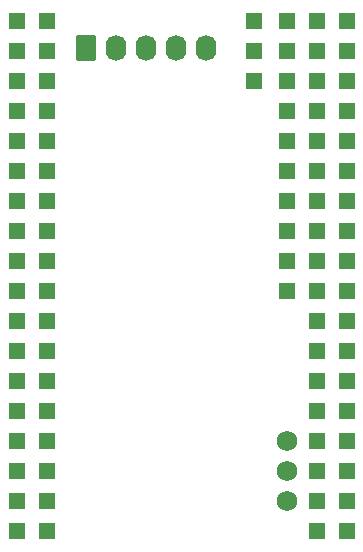
<source format=gbr>
%TF.GenerationSoftware,KiCad,Pcbnew,(7.0.0-0)*%
%TF.CreationDate,2023-08-15T00:25:00+01:00*%
%TF.ProjectId,EMGSensor3.1,454d4753-656e-4736-9f72-332e312e6b69,rev?*%
%TF.SameCoordinates,Original*%
%TF.FileFunction,Soldermask,Bot*%
%TF.FilePolarity,Negative*%
%FSLAX46Y46*%
G04 Gerber Fmt 4.6, Leading zero omitted, Abs format (unit mm)*
G04 Created by KiCad (PCBNEW (7.0.0-0)) date 2023-08-15 00:25:00*
%MOMM*%
%LPD*%
G01*
G04 APERTURE LIST*
G04 Aperture macros list*
%AMRoundRect*
0 Rectangle with rounded corners*
0 $1 Rounding radius*
0 $2 $3 $4 $5 $6 $7 $8 $9 X,Y pos of 4 corners*
0 Add a 4 corners polygon primitive as box body*
4,1,4,$2,$3,$4,$5,$6,$7,$8,$9,$2,$3,0*
0 Add four circle primitives for the rounded corners*
1,1,$1+$1,$2,$3*
1,1,$1+$1,$4,$5*
1,1,$1+$1,$6,$7*
1,1,$1+$1,$8,$9*
0 Add four rect primitives between the rounded corners*
20,1,$1+$1,$2,$3,$4,$5,0*
20,1,$1+$1,$4,$5,$6,$7,0*
20,1,$1+$1,$6,$7,$8,$9,0*
20,1,$1+$1,$8,$9,$2,$3,0*%
G04 Aperture macros list end*
%ADD10R,1.350000X1.350000*%
%ADD11C,1.727200*%
%ADD12RoundRect,0.250000X-0.620000X-0.845000X0.620000X-0.845000X0.620000X0.845000X-0.620000X0.845000X0*%
%ADD13O,1.740000X2.190000*%
G04 APERTURE END LIST*
D10*
%TO.C,GND*%
X146964399Y-80111599D03*
%TD*%
%TO.C,+5*%
X146964399Y-82651599D03*
%TD*%
%TO.C,-5*%
X146964399Y-85191599D03*
%TD*%
%TO.C,J5*%
X149758399Y-80111599D03*
%TD*%
%TO.C,J6*%
X149758399Y-82651599D03*
%TD*%
%TO.C,GND*%
X129438399Y-97891599D03*
%TD*%
%TO.C,3.3V*%
X129438399Y-95351599D03*
%TD*%
%TO.C,*%
X154838399Y-120751599D03*
%TD*%
%TO.C,*%
X149758399Y-85191599D03*
%TD*%
%TO.C,*%
X152298399Y-85191599D03*
%TD*%
%TO.C,*%
X126898399Y-118211599D03*
%TD*%
%TO.C,*%
X129438399Y-92811599D03*
%TD*%
%TO.C,*%
X126898399Y-123291599D03*
%TD*%
%TO.C,*%
X154838399Y-108051599D03*
%TD*%
%TO.C,*%
X152298399Y-108051599D03*
%TD*%
D11*
%TO.C,*%
X149758400Y-115671600D03*
%TD*%
D10*
%TO.C,*%
X152298399Y-80111599D03*
%TD*%
%TO.C,*%
X126898399Y-115671599D03*
%TD*%
%TO.C,*%
X154838399Y-100431599D03*
%TD*%
%TO.C,*%
X126898399Y-82651599D03*
%TD*%
%TO.C,*%
X126898399Y-100431599D03*
%TD*%
%TO.C,*%
X129438399Y-80111599D03*
%TD*%
%TO.C,*%
X154838399Y-118211599D03*
%TD*%
%TO.C,*%
X129438399Y-87731599D03*
%TD*%
%TO.C,*%
X149758399Y-90271599D03*
%TD*%
%TO.C,*%
X152298399Y-123291599D03*
%TD*%
%TO.C,*%
X154838399Y-123291599D03*
%TD*%
%TO.C,*%
X126898399Y-92811599D03*
%TD*%
%TO.C,*%
X149758399Y-102971599D03*
%TD*%
%TO.C,*%
X126898399Y-120751599D03*
%TD*%
%TO.C,*%
X152298399Y-95351599D03*
%TD*%
%TO.C,*%
X152298399Y-110591599D03*
%TD*%
%TO.C,*%
X152298399Y-90271599D03*
%TD*%
%TO.C,*%
X152298399Y-115671599D03*
%TD*%
%TO.C,*%
X152298399Y-82651599D03*
%TD*%
%TO.C,*%
X154838399Y-92811599D03*
%TD*%
%TO.C,*%
X126898399Y-113131599D03*
%TD*%
%TO.C,*%
X126898399Y-90271599D03*
%TD*%
%TO.C,*%
X149758399Y-95351599D03*
%TD*%
D12*
%TO.C,J1*%
X132791200Y-82397600D03*
D13*
X135331199Y-82397599D03*
X137871199Y-82397599D03*
X140411199Y-82397599D03*
X142951199Y-82397599D03*
%TD*%
D11*
%TO.C,*%
X149758400Y-118211600D03*
%TD*%
D10*
%TO.C,*%
X152298399Y-97891599D03*
%TD*%
%TO.C,*%
X154838399Y-97891599D03*
%TD*%
%TO.C,*%
X154838399Y-87731599D03*
%TD*%
%TO.C,*%
X152298399Y-102971599D03*
%TD*%
%TO.C,*%
X129438399Y-123291599D03*
%TD*%
%TO.C,*%
X154838399Y-82651599D03*
%TD*%
%TO.C,*%
X129438399Y-120751599D03*
%TD*%
%TO.C,*%
X126898399Y-105511599D03*
%TD*%
%TO.C,*%
X126898399Y-95351599D03*
%TD*%
%TO.C,*%
X154838399Y-85191599D03*
%TD*%
%TO.C,*%
X154838399Y-110591599D03*
%TD*%
%TO.C,*%
X126898399Y-108051599D03*
%TD*%
%TO.C,*%
X129438399Y-115671599D03*
%TD*%
%TO.C,*%
X149758399Y-87731599D03*
%TD*%
%TO.C,*%
X129438399Y-118211599D03*
%TD*%
%TO.C,*%
X129438399Y-102971599D03*
%TD*%
%TO.C,*%
X126898399Y-110591599D03*
%TD*%
%TO.C,*%
X154838399Y-80111599D03*
%TD*%
%TO.C,*%
X152298399Y-92811599D03*
%TD*%
%TO.C,*%
X154838399Y-115671599D03*
%TD*%
%TO.C,*%
X129438399Y-82651599D03*
%TD*%
%TO.C,*%
X152298399Y-113131599D03*
%TD*%
%TO.C,*%
X152298399Y-87731599D03*
%TD*%
%TO.C,*%
X154838399Y-90271599D03*
%TD*%
%TO.C,*%
X154838399Y-102971599D03*
%TD*%
%TO.C,*%
X129438399Y-105511599D03*
%TD*%
D11*
%TO.C,*%
X149758400Y-120751600D03*
%TD*%
D10*
%TO.C,*%
X129438399Y-100431599D03*
%TD*%
%TO.C,*%
X129438399Y-108051599D03*
%TD*%
%TO.C,*%
X126898399Y-97891599D03*
%TD*%
%TO.C,*%
X152298399Y-105511599D03*
%TD*%
%TO.C,*%
X154838399Y-113131599D03*
%TD*%
%TO.C,*%
X129438399Y-110591599D03*
%TD*%
%TO.C,*%
X152298399Y-120751599D03*
%TD*%
%TO.C,*%
X152298399Y-100431599D03*
%TD*%
%TO.C,*%
X149758399Y-100431599D03*
%TD*%
%TO.C,*%
X152298399Y-118211599D03*
%TD*%
%TO.C,*%
X149758399Y-97891599D03*
%TD*%
%TO.C,*%
X126898399Y-80111599D03*
%TD*%
%TO.C,*%
X129438399Y-113131599D03*
%TD*%
%TO.C,*%
X154838399Y-95351599D03*
%TD*%
%TO.C,*%
X129438399Y-85191599D03*
%TD*%
%TO.C,*%
X149758399Y-92811599D03*
%TD*%
%TO.C,*%
X126898399Y-102971599D03*
%TD*%
%TO.C,*%
X129438399Y-90271599D03*
%TD*%
%TO.C,*%
X126898399Y-85191599D03*
%TD*%
%TO.C,*%
X126898399Y-87731599D03*
%TD*%
%TO.C,*%
X154838399Y-105511599D03*
%TD*%
M02*

</source>
